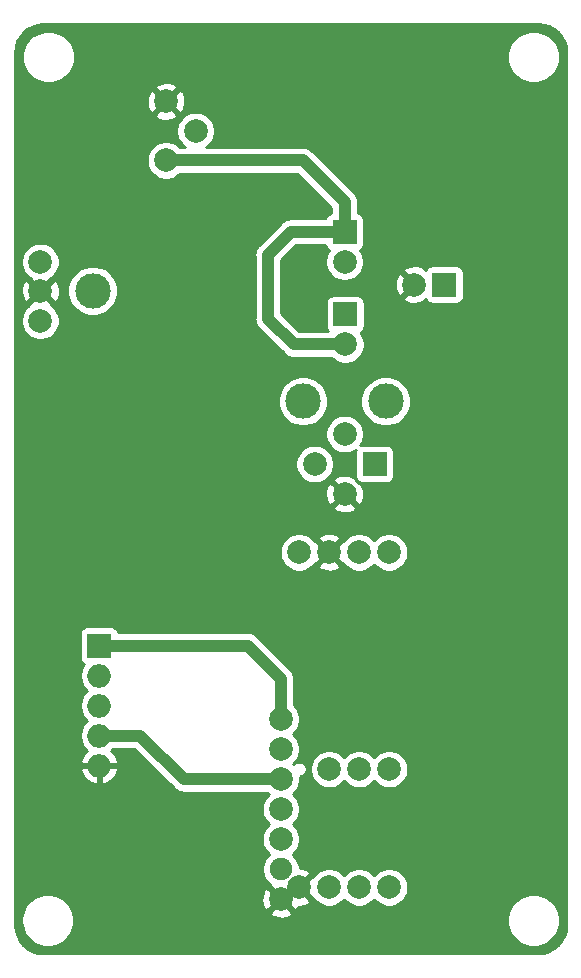
<source format=gbr>
G04 #@! TF.GenerationSoftware,KiCad,Pcbnew,5.1.8-db9833491~88~ubuntu18.04.1*
G04 #@! TF.CreationDate,2020-12-10T12:49:00+05:30*
G04 #@! TF.ProjectId,Permitme_main _sub_V1,5065726d-6974-46d6-955f-6d61696e205f,rev?*
G04 #@! TF.SameCoordinates,Original*
G04 #@! TF.FileFunction,Copper,L1,Top*
G04 #@! TF.FilePolarity,Positive*
%FSLAX46Y46*%
G04 Gerber Fmt 4.6, Leading zero omitted, Abs format (unit mm)*
G04 Created by KiCad (PCBNEW 5.1.8-db9833491~88~ubuntu18.04.1) date 2020-12-10 12:49:00*
%MOMM*%
%LPD*%
G01*
G04 APERTURE LIST*
G04 #@! TA.AperFunction,ComponentPad*
%ADD10C,3.000000*%
G04 #@! TD*
G04 #@! TA.AperFunction,ComponentPad*
%ADD11C,2.000000*%
G04 #@! TD*
G04 #@! TA.AperFunction,ComponentPad*
%ADD12R,2.000000X2.000000*%
G04 #@! TD*
G04 #@! TA.AperFunction,ComponentPad*
%ADD13O,2.000000X2.000000*%
G04 #@! TD*
G04 #@! TA.AperFunction,ComponentPad*
%ADD14C,1.900000*%
G04 #@! TD*
G04 #@! TA.AperFunction,ComponentPad*
%ADD15C,0.001000*%
G04 #@! TD*
G04 #@! TA.AperFunction,Conductor*
%ADD16C,1.000000*%
G04 #@! TD*
G04 #@! TA.AperFunction,Conductor*
%ADD17C,0.254000*%
G04 #@! TD*
G04 #@! TA.AperFunction,Conductor*
%ADD18C,0.100000*%
G04 #@! TD*
G04 APERTURE END LIST*
D10*
X183104000Y-114462000D03*
X176104000Y-114462000D03*
D11*
X175774000Y-127252000D03*
X178314000Y-127252000D03*
X180854000Y-127252000D03*
X183394000Y-127252000D03*
D12*
X179624000Y-100122000D03*
D11*
X179624000Y-102662000D03*
X164514000Y-89074000D03*
X167014000Y-91574000D03*
X164514000Y-94074000D03*
D13*
X158850000Y-145310000D03*
X158850000Y-142770000D03*
X158850000Y-140230000D03*
X158850000Y-137690000D03*
D12*
X158850000Y-135150000D03*
D11*
X174234000Y-141382000D03*
X174234000Y-143922000D03*
X174234000Y-146462000D03*
X174234000Y-149002000D03*
X174234000Y-151542000D03*
D14*
X174234000Y-154082000D03*
D11*
X174234000Y-156622000D03*
X153874000Y-102662000D03*
X153874000Y-105112000D03*
X153874000Y-107652000D03*
D10*
X158304000Y-105112000D03*
D12*
X182174000Y-119782000D03*
D11*
X177094000Y-119782000D03*
X179634000Y-122322000D03*
X179634000Y-117242000D03*
X175784000Y-155612000D03*
X178324000Y-155612000D03*
X180864000Y-155612000D03*
X183404000Y-155612000D03*
D15*
X175784000Y-145612000D03*
D11*
X178324000Y-145612000D03*
X180864000Y-145612000D03*
X183404000Y-145612000D03*
X185534000Y-104582000D03*
D12*
X188074000Y-104582000D03*
D11*
X179684000Y-109652000D03*
D12*
X179684000Y-107112000D03*
D16*
X158850000Y-135150000D02*
X171430000Y-135150000D01*
X174234000Y-137954000D02*
X174234000Y-141382000D01*
X164514000Y-94074000D02*
X176104000Y-94074000D01*
X179624000Y-97594000D02*
X179624000Y-100122000D01*
X176104000Y-94074000D02*
X179624000Y-97594000D01*
X171430000Y-135150000D02*
X174234000Y-137954000D01*
X175322000Y-109652000D02*
X179684000Y-109652000D01*
X173140000Y-107470000D02*
X175322000Y-109652000D01*
X173140000Y-102070000D02*
X173140000Y-107470000D01*
X179624000Y-100122000D02*
X175088000Y-100122000D01*
X175088000Y-100122000D02*
X173140000Y-102070000D01*
X174234000Y-146462000D02*
X166002000Y-146462000D01*
X162310000Y-142770000D02*
X158850000Y-142770000D01*
X166002000Y-146462000D02*
X162310000Y-142770000D01*
D17*
X196519016Y-82602312D02*
X196950930Y-82732714D01*
X197349285Y-82944524D01*
X197698914Y-83229675D01*
X197986497Y-83577303D01*
X198201086Y-83974177D01*
X198334498Y-84405161D01*
X198385001Y-84885663D01*
X198385000Y-158846495D01*
X198337688Y-159329016D01*
X198207287Y-159760927D01*
X197995480Y-160159280D01*
X197710325Y-160508914D01*
X197362697Y-160796497D01*
X196965825Y-161011085D01*
X196534834Y-161144500D01*
X196054346Y-161195000D01*
X154103504Y-161195000D01*
X153620984Y-161147688D01*
X153189073Y-161017287D01*
X152790720Y-160805480D01*
X152441086Y-160520325D01*
X152153503Y-160172697D01*
X151938915Y-159775825D01*
X151805500Y-159344834D01*
X151755000Y-158864346D01*
X151755000Y-158179872D01*
X152275000Y-158179872D01*
X152275000Y-158620128D01*
X152360890Y-159051925D01*
X152529369Y-159458669D01*
X152773962Y-159824729D01*
X153085271Y-160136038D01*
X153451331Y-160380631D01*
X153858075Y-160549110D01*
X154289872Y-160635000D01*
X154730128Y-160635000D01*
X155161925Y-160549110D01*
X155568669Y-160380631D01*
X155934729Y-160136038D01*
X156246038Y-159824729D01*
X156490631Y-159458669D01*
X156659110Y-159051925D01*
X156745000Y-158620128D01*
X156745000Y-158179872D01*
X156660968Y-157757413D01*
X173278192Y-157757413D01*
X173373956Y-158021814D01*
X173663571Y-158162704D01*
X173975108Y-158244384D01*
X174296595Y-158263718D01*
X174615675Y-158219961D01*
X174731716Y-158179872D01*
X193395000Y-158179872D01*
X193395000Y-158620128D01*
X193480890Y-159051925D01*
X193649369Y-159458669D01*
X193893962Y-159824729D01*
X194205271Y-160136038D01*
X194571331Y-160380631D01*
X194978075Y-160549110D01*
X195409872Y-160635000D01*
X195850128Y-160635000D01*
X196281925Y-160549110D01*
X196688669Y-160380631D01*
X197054729Y-160136038D01*
X197366038Y-159824729D01*
X197610631Y-159458669D01*
X197779110Y-159051925D01*
X197865000Y-158620128D01*
X197865000Y-158179872D01*
X197779110Y-157748075D01*
X197610631Y-157341331D01*
X197366038Y-156975271D01*
X197054729Y-156663962D01*
X196688669Y-156419369D01*
X196281925Y-156250890D01*
X195850128Y-156165000D01*
X195409872Y-156165000D01*
X194978075Y-156250890D01*
X194571331Y-156419369D01*
X194205271Y-156663962D01*
X193893962Y-156975271D01*
X193649369Y-157341331D01*
X193480890Y-157748075D01*
X193395000Y-158179872D01*
X174731716Y-158179872D01*
X174920088Y-158114795D01*
X175094044Y-158021814D01*
X175189808Y-157757413D01*
X174234000Y-156801605D01*
X173278192Y-157757413D01*
X156660968Y-157757413D01*
X156659110Y-157748075D01*
X156490631Y-157341331D01*
X156246038Y-156975271D01*
X155955362Y-156684595D01*
X172592282Y-156684595D01*
X172636039Y-157003675D01*
X172741205Y-157308088D01*
X172834186Y-157482044D01*
X173098587Y-157577808D01*
X174054395Y-156622000D01*
X173098587Y-155666192D01*
X172834186Y-155761956D01*
X172693296Y-156051571D01*
X172611616Y-156363108D01*
X172592282Y-156684595D01*
X155955362Y-156684595D01*
X155934729Y-156663962D01*
X155568669Y-156419369D01*
X155161925Y-156250890D01*
X154730128Y-156165000D01*
X154289872Y-156165000D01*
X153858075Y-156250890D01*
X153451331Y-156419369D01*
X153085271Y-156663962D01*
X152773962Y-156975271D01*
X152529369Y-157341331D01*
X152360890Y-157748075D01*
X152275000Y-158179872D01*
X151755000Y-158179872D01*
X151755000Y-145690434D01*
X157259876Y-145690434D01*
X157316498Y-145877107D01*
X157456601Y-146165382D01*
X157650252Y-146420785D01*
X157890008Y-146633501D01*
X158166656Y-146795356D01*
X158469565Y-146900129D01*
X158723000Y-146781315D01*
X158723000Y-145437000D01*
X158977000Y-145437000D01*
X158977000Y-146781315D01*
X159230435Y-146900129D01*
X159533344Y-146795356D01*
X159809992Y-146633501D01*
X160049748Y-146420785D01*
X160243399Y-146165382D01*
X160383502Y-145877107D01*
X160440124Y-145690434D01*
X160320777Y-145437000D01*
X158977000Y-145437000D01*
X158723000Y-145437000D01*
X157379223Y-145437000D01*
X157259876Y-145690434D01*
X151755000Y-145690434D01*
X151755000Y-134150000D01*
X157211928Y-134150000D01*
X157211928Y-136150000D01*
X157224188Y-136274482D01*
X157260498Y-136394180D01*
X157319463Y-136504494D01*
X157398815Y-136601185D01*
X157495506Y-136680537D01*
X157541630Y-136705191D01*
X157401082Y-136915537D01*
X157277832Y-137213088D01*
X157215000Y-137528967D01*
X157215000Y-137851033D01*
X157277832Y-138166912D01*
X157401082Y-138464463D01*
X157580013Y-138732252D01*
X157807748Y-138959987D01*
X157807767Y-138960000D01*
X157807748Y-138960013D01*
X157580013Y-139187748D01*
X157401082Y-139455537D01*
X157277832Y-139753088D01*
X157215000Y-140068967D01*
X157215000Y-140391033D01*
X157277832Y-140706912D01*
X157401082Y-141004463D01*
X157580013Y-141272252D01*
X157807748Y-141499987D01*
X157807767Y-141500000D01*
X157807748Y-141500013D01*
X157580013Y-141727748D01*
X157401082Y-141995537D01*
X157277832Y-142293088D01*
X157215000Y-142608967D01*
X157215000Y-142931033D01*
X157277832Y-143246912D01*
X157401082Y-143544463D01*
X157580013Y-143812252D01*
X157807748Y-144039987D01*
X157820282Y-144048362D01*
X157650252Y-144199215D01*
X157456601Y-144454618D01*
X157316498Y-144742893D01*
X157259876Y-144929566D01*
X157379223Y-145183000D01*
X158723000Y-145183000D01*
X158723000Y-145163000D01*
X158977000Y-145163000D01*
X158977000Y-145183000D01*
X160320777Y-145183000D01*
X160440124Y-144929566D01*
X160383502Y-144742893D01*
X160243399Y-144454618D01*
X160049748Y-144199215D01*
X159879718Y-144048362D01*
X159892252Y-144039987D01*
X160027239Y-143905000D01*
X161839869Y-143905000D01*
X165160009Y-147225141D01*
X165195551Y-147268449D01*
X165368377Y-147410284D01*
X165565553Y-147515676D01*
X165779501Y-147580577D01*
X165946248Y-147597000D01*
X165946257Y-147597000D01*
X166001999Y-147602490D01*
X166057741Y-147597000D01*
X173056761Y-147597000D01*
X173191748Y-147731987D01*
X173191767Y-147732000D01*
X173191748Y-147732013D01*
X172964013Y-147959748D01*
X172785082Y-148227537D01*
X172661832Y-148525088D01*
X172599000Y-148840967D01*
X172599000Y-149163033D01*
X172661832Y-149478912D01*
X172785082Y-149776463D01*
X172964013Y-150044252D01*
X173191748Y-150271987D01*
X173191767Y-150272000D01*
X173191748Y-150272013D01*
X172964013Y-150499748D01*
X172785082Y-150767537D01*
X172661832Y-151065088D01*
X172599000Y-151380967D01*
X172599000Y-151703033D01*
X172661832Y-152018912D01*
X172785082Y-152316463D01*
X172964013Y-152584252D01*
X173191748Y-152811987D01*
X173236766Y-152842067D01*
X173223621Y-152850850D01*
X173002850Y-153071621D01*
X172829391Y-153331221D01*
X172709911Y-153619673D01*
X172649000Y-153925891D01*
X172649000Y-154238109D01*
X172709911Y-154544327D01*
X172829391Y-154832779D01*
X173002850Y-155092379D01*
X173223621Y-155313150D01*
X173318136Y-155376303D01*
X173278192Y-155486587D01*
X174234000Y-156442395D01*
X174248143Y-156428253D01*
X174427748Y-156607858D01*
X174413605Y-156622000D01*
X175369413Y-157577808D01*
X175633814Y-157482044D01*
X175747779Y-157247775D01*
X175846595Y-157253718D01*
X176165675Y-157209961D01*
X176470088Y-157104795D01*
X176644044Y-157011814D01*
X176739808Y-156747413D01*
X175784000Y-155791605D01*
X175769858Y-155805748D01*
X175590253Y-155626143D01*
X175604395Y-155612000D01*
X175963605Y-155612000D01*
X176919413Y-156567808D01*
X176981280Y-156545400D01*
X177054013Y-156654252D01*
X177281748Y-156881987D01*
X177549537Y-157060918D01*
X177847088Y-157184168D01*
X178162967Y-157247000D01*
X178485033Y-157247000D01*
X178800912Y-157184168D01*
X179098463Y-157060918D01*
X179366252Y-156881987D01*
X179593987Y-156654252D01*
X179594000Y-156654233D01*
X179594013Y-156654252D01*
X179821748Y-156881987D01*
X180089537Y-157060918D01*
X180387088Y-157184168D01*
X180702967Y-157247000D01*
X181025033Y-157247000D01*
X181340912Y-157184168D01*
X181638463Y-157060918D01*
X181906252Y-156881987D01*
X182133987Y-156654252D01*
X182134000Y-156654233D01*
X182134013Y-156654252D01*
X182361748Y-156881987D01*
X182629537Y-157060918D01*
X182927088Y-157184168D01*
X183242967Y-157247000D01*
X183565033Y-157247000D01*
X183880912Y-157184168D01*
X184178463Y-157060918D01*
X184446252Y-156881987D01*
X184673987Y-156654252D01*
X184852918Y-156386463D01*
X184976168Y-156088912D01*
X185039000Y-155773033D01*
X185039000Y-155450967D01*
X184976168Y-155135088D01*
X184852918Y-154837537D01*
X184673987Y-154569748D01*
X184446252Y-154342013D01*
X184178463Y-154163082D01*
X183880912Y-154039832D01*
X183565033Y-153977000D01*
X183242967Y-153977000D01*
X182927088Y-154039832D01*
X182629537Y-154163082D01*
X182361748Y-154342013D01*
X182134013Y-154569748D01*
X182134000Y-154569767D01*
X182133987Y-154569748D01*
X181906252Y-154342013D01*
X181638463Y-154163082D01*
X181340912Y-154039832D01*
X181025033Y-153977000D01*
X180702967Y-153977000D01*
X180387088Y-154039832D01*
X180089537Y-154163082D01*
X179821748Y-154342013D01*
X179594013Y-154569748D01*
X179594000Y-154569767D01*
X179593987Y-154569748D01*
X179366252Y-154342013D01*
X179098463Y-154163082D01*
X178800912Y-154039832D01*
X178485033Y-153977000D01*
X178162967Y-153977000D01*
X177847088Y-154039832D01*
X177549537Y-154163082D01*
X177281748Y-154342013D01*
X177054013Y-154569748D01*
X176981280Y-154678600D01*
X176919413Y-154656192D01*
X175963605Y-155612000D01*
X175604395Y-155612000D01*
X175590253Y-155597858D01*
X175769858Y-155418253D01*
X175784000Y-155432395D01*
X176739808Y-154476587D01*
X176644044Y-154212186D01*
X176354429Y-154071296D01*
X176042892Y-153989616D01*
X175819000Y-153976151D01*
X175819000Y-153925891D01*
X175758089Y-153619673D01*
X175638609Y-153331221D01*
X175465150Y-153071621D01*
X175244379Y-152850850D01*
X175231234Y-152842067D01*
X175276252Y-152811987D01*
X175503987Y-152584252D01*
X175682918Y-152316463D01*
X175806168Y-152018912D01*
X175869000Y-151703033D01*
X175869000Y-151380967D01*
X175806168Y-151065088D01*
X175682918Y-150767537D01*
X175503987Y-150499748D01*
X175276252Y-150272013D01*
X175276233Y-150272000D01*
X175276252Y-150271987D01*
X175503987Y-150044252D01*
X175682918Y-149776463D01*
X175806168Y-149478912D01*
X175869000Y-149163033D01*
X175869000Y-148840967D01*
X175806168Y-148525088D01*
X175682918Y-148227537D01*
X175503987Y-147959748D01*
X175276252Y-147732013D01*
X175276233Y-147732000D01*
X175276252Y-147731987D01*
X175503987Y-147504252D01*
X175682918Y-147236463D01*
X175806168Y-146938912D01*
X175869000Y-146623033D01*
X175869000Y-146300967D01*
X175857917Y-146245247D01*
X175969369Y-146223078D01*
X176085022Y-146175173D01*
X176189108Y-146105625D01*
X176277625Y-146017108D01*
X176347173Y-145913022D01*
X176395078Y-145797369D01*
X176419500Y-145674591D01*
X176419500Y-145549409D01*
X176399919Y-145450967D01*
X176689000Y-145450967D01*
X176689000Y-145773033D01*
X176751832Y-146088912D01*
X176875082Y-146386463D01*
X177054013Y-146654252D01*
X177281748Y-146881987D01*
X177549537Y-147060918D01*
X177847088Y-147184168D01*
X178162967Y-147247000D01*
X178485033Y-147247000D01*
X178800912Y-147184168D01*
X179098463Y-147060918D01*
X179366252Y-146881987D01*
X179593987Y-146654252D01*
X179594000Y-146654233D01*
X179594013Y-146654252D01*
X179821748Y-146881987D01*
X180089537Y-147060918D01*
X180387088Y-147184168D01*
X180702967Y-147247000D01*
X181025033Y-147247000D01*
X181340912Y-147184168D01*
X181638463Y-147060918D01*
X181906252Y-146881987D01*
X182133987Y-146654252D01*
X182134000Y-146654233D01*
X182134013Y-146654252D01*
X182361748Y-146881987D01*
X182629537Y-147060918D01*
X182927088Y-147184168D01*
X183242967Y-147247000D01*
X183565033Y-147247000D01*
X183880912Y-147184168D01*
X184178463Y-147060918D01*
X184446252Y-146881987D01*
X184673987Y-146654252D01*
X184852918Y-146386463D01*
X184976168Y-146088912D01*
X185039000Y-145773033D01*
X185039000Y-145450967D01*
X184976168Y-145135088D01*
X184852918Y-144837537D01*
X184673987Y-144569748D01*
X184446252Y-144342013D01*
X184178463Y-144163082D01*
X183880912Y-144039832D01*
X183565033Y-143977000D01*
X183242967Y-143977000D01*
X182927088Y-144039832D01*
X182629537Y-144163082D01*
X182361748Y-144342013D01*
X182134013Y-144569748D01*
X182134000Y-144569767D01*
X182133987Y-144569748D01*
X181906252Y-144342013D01*
X181638463Y-144163082D01*
X181340912Y-144039832D01*
X181025033Y-143977000D01*
X180702967Y-143977000D01*
X180387088Y-144039832D01*
X180089537Y-144163082D01*
X179821748Y-144342013D01*
X179594013Y-144569748D01*
X179594000Y-144569767D01*
X179593987Y-144569748D01*
X179366252Y-144342013D01*
X179098463Y-144163082D01*
X178800912Y-144039832D01*
X178485033Y-143977000D01*
X178162967Y-143977000D01*
X177847088Y-144039832D01*
X177549537Y-144163082D01*
X177281748Y-144342013D01*
X177054013Y-144569748D01*
X176875082Y-144837537D01*
X176751832Y-145135088D01*
X176689000Y-145450967D01*
X176399919Y-145450967D01*
X176395078Y-145426631D01*
X176347173Y-145310978D01*
X176277625Y-145206892D01*
X176189108Y-145118375D01*
X176085022Y-145048827D01*
X175969369Y-145000922D01*
X175846591Y-144976500D01*
X175721409Y-144976500D01*
X175598631Y-145000922D01*
X175482978Y-145048827D01*
X175378892Y-145118375D01*
X175290753Y-145206514D01*
X175276252Y-145192013D01*
X175276233Y-145192000D01*
X175276252Y-145191987D01*
X175503987Y-144964252D01*
X175682918Y-144696463D01*
X175806168Y-144398912D01*
X175869000Y-144083033D01*
X175869000Y-143760967D01*
X175806168Y-143445088D01*
X175682918Y-143147537D01*
X175503987Y-142879748D01*
X175276252Y-142652013D01*
X175276233Y-142652000D01*
X175276252Y-142651987D01*
X175503987Y-142424252D01*
X175682918Y-142156463D01*
X175806168Y-141858912D01*
X175869000Y-141543033D01*
X175869000Y-141220967D01*
X175806168Y-140905088D01*
X175682918Y-140607537D01*
X175503987Y-140339748D01*
X175369000Y-140204761D01*
X175369000Y-138009752D01*
X175374491Y-137954000D01*
X175352577Y-137731501D01*
X175287676Y-137517553D01*
X175182284Y-137320377D01*
X175040449Y-137147551D01*
X174997141Y-137112009D01*
X172271996Y-134386865D01*
X172236449Y-134343551D01*
X172063623Y-134201716D01*
X171866447Y-134096324D01*
X171652499Y-134031423D01*
X171485752Y-134015000D01*
X171485751Y-134015000D01*
X171430000Y-134009509D01*
X171374249Y-134015000D01*
X160472621Y-134015000D01*
X160439502Y-133905820D01*
X160380537Y-133795506D01*
X160301185Y-133698815D01*
X160204494Y-133619463D01*
X160094180Y-133560498D01*
X159974482Y-133524188D01*
X159850000Y-133511928D01*
X157850000Y-133511928D01*
X157725518Y-133524188D01*
X157605820Y-133560498D01*
X157495506Y-133619463D01*
X157398815Y-133698815D01*
X157319463Y-133795506D01*
X157260498Y-133905820D01*
X157224188Y-134025518D01*
X157211928Y-134150000D01*
X151755000Y-134150000D01*
X151755000Y-127090967D01*
X174139000Y-127090967D01*
X174139000Y-127413033D01*
X174201832Y-127728912D01*
X174325082Y-128026463D01*
X174504013Y-128294252D01*
X174731748Y-128521987D01*
X174999537Y-128700918D01*
X175297088Y-128824168D01*
X175612967Y-128887000D01*
X175935033Y-128887000D01*
X176250912Y-128824168D01*
X176548463Y-128700918D01*
X176816252Y-128521987D01*
X176950826Y-128387413D01*
X177358192Y-128387413D01*
X177453956Y-128651814D01*
X177743571Y-128792704D01*
X178055108Y-128874384D01*
X178376595Y-128893718D01*
X178695675Y-128849961D01*
X179000088Y-128744795D01*
X179174044Y-128651814D01*
X179269808Y-128387413D01*
X178314000Y-127431605D01*
X177358192Y-128387413D01*
X176950826Y-128387413D01*
X177043987Y-128294252D01*
X177116720Y-128185400D01*
X177178587Y-128207808D01*
X178134395Y-127252000D01*
X178493605Y-127252000D01*
X179449413Y-128207808D01*
X179511280Y-128185400D01*
X179584013Y-128294252D01*
X179811748Y-128521987D01*
X180079537Y-128700918D01*
X180377088Y-128824168D01*
X180692967Y-128887000D01*
X181015033Y-128887000D01*
X181330912Y-128824168D01*
X181628463Y-128700918D01*
X181896252Y-128521987D01*
X182123987Y-128294252D01*
X182124000Y-128294233D01*
X182124013Y-128294252D01*
X182351748Y-128521987D01*
X182619537Y-128700918D01*
X182917088Y-128824168D01*
X183232967Y-128887000D01*
X183555033Y-128887000D01*
X183870912Y-128824168D01*
X184168463Y-128700918D01*
X184436252Y-128521987D01*
X184663987Y-128294252D01*
X184842918Y-128026463D01*
X184966168Y-127728912D01*
X185029000Y-127413033D01*
X185029000Y-127090967D01*
X184966168Y-126775088D01*
X184842918Y-126477537D01*
X184663987Y-126209748D01*
X184436252Y-125982013D01*
X184168463Y-125803082D01*
X183870912Y-125679832D01*
X183555033Y-125617000D01*
X183232967Y-125617000D01*
X182917088Y-125679832D01*
X182619537Y-125803082D01*
X182351748Y-125982013D01*
X182124013Y-126209748D01*
X182124000Y-126209767D01*
X182123987Y-126209748D01*
X181896252Y-125982013D01*
X181628463Y-125803082D01*
X181330912Y-125679832D01*
X181015033Y-125617000D01*
X180692967Y-125617000D01*
X180377088Y-125679832D01*
X180079537Y-125803082D01*
X179811748Y-125982013D01*
X179584013Y-126209748D01*
X179511280Y-126318600D01*
X179449413Y-126296192D01*
X178493605Y-127252000D01*
X178134395Y-127252000D01*
X177178587Y-126296192D01*
X177116720Y-126318600D01*
X177043987Y-126209748D01*
X176950826Y-126116587D01*
X177358192Y-126116587D01*
X178314000Y-127072395D01*
X179269808Y-126116587D01*
X179174044Y-125852186D01*
X178884429Y-125711296D01*
X178572892Y-125629616D01*
X178251405Y-125610282D01*
X177932325Y-125654039D01*
X177627912Y-125759205D01*
X177453956Y-125852186D01*
X177358192Y-126116587D01*
X176950826Y-126116587D01*
X176816252Y-125982013D01*
X176548463Y-125803082D01*
X176250912Y-125679832D01*
X175935033Y-125617000D01*
X175612967Y-125617000D01*
X175297088Y-125679832D01*
X174999537Y-125803082D01*
X174731748Y-125982013D01*
X174504013Y-126209748D01*
X174325082Y-126477537D01*
X174201832Y-126775088D01*
X174139000Y-127090967D01*
X151755000Y-127090967D01*
X151755000Y-123457413D01*
X178678192Y-123457413D01*
X178773956Y-123721814D01*
X179063571Y-123862704D01*
X179375108Y-123944384D01*
X179696595Y-123963718D01*
X180015675Y-123919961D01*
X180320088Y-123814795D01*
X180494044Y-123721814D01*
X180589808Y-123457413D01*
X179634000Y-122501605D01*
X178678192Y-123457413D01*
X151755000Y-123457413D01*
X151755000Y-122384595D01*
X177992282Y-122384595D01*
X178036039Y-122703675D01*
X178141205Y-123008088D01*
X178234186Y-123182044D01*
X178498587Y-123277808D01*
X179454395Y-122322000D01*
X178498587Y-121366192D01*
X178234186Y-121461956D01*
X178093296Y-121751571D01*
X178011616Y-122063108D01*
X177992282Y-122384595D01*
X151755000Y-122384595D01*
X151755000Y-119620967D01*
X175459000Y-119620967D01*
X175459000Y-119943033D01*
X175521832Y-120258912D01*
X175645082Y-120556463D01*
X175824013Y-120824252D01*
X176051748Y-121051987D01*
X176319537Y-121230918D01*
X176617088Y-121354168D01*
X176932967Y-121417000D01*
X177255033Y-121417000D01*
X177570912Y-121354168D01*
X177868463Y-121230918D01*
X178136252Y-121051987D01*
X178363987Y-120824252D01*
X178542918Y-120556463D01*
X178666168Y-120258912D01*
X178729000Y-119943033D01*
X178729000Y-119620967D01*
X178666168Y-119305088D01*
X178542918Y-119007537D01*
X178363987Y-118739748D01*
X178136252Y-118512013D01*
X177868463Y-118333082D01*
X177570912Y-118209832D01*
X177255033Y-118147000D01*
X176932967Y-118147000D01*
X176617088Y-118209832D01*
X176319537Y-118333082D01*
X176051748Y-118512013D01*
X175824013Y-118739748D01*
X175645082Y-119007537D01*
X175521832Y-119305088D01*
X175459000Y-119620967D01*
X151755000Y-119620967D01*
X151755000Y-117080967D01*
X177999000Y-117080967D01*
X177999000Y-117403033D01*
X178061832Y-117718912D01*
X178185082Y-118016463D01*
X178364013Y-118284252D01*
X178591748Y-118511987D01*
X178859537Y-118690918D01*
X179157088Y-118814168D01*
X179472967Y-118877000D01*
X179795033Y-118877000D01*
X180110912Y-118814168D01*
X180408463Y-118690918D01*
X180571001Y-118582313D01*
X180548188Y-118657518D01*
X180535928Y-118782000D01*
X180535928Y-120782000D01*
X180548188Y-120906482D01*
X180584498Y-121026180D01*
X180642221Y-121134171D01*
X180589807Y-121186585D01*
X180494044Y-120922186D01*
X180204429Y-120781296D01*
X179892892Y-120699616D01*
X179571405Y-120680282D01*
X179252325Y-120724039D01*
X178947912Y-120829205D01*
X178773956Y-120922186D01*
X178678192Y-121186587D01*
X179634000Y-122142395D01*
X179648143Y-122128253D01*
X179827748Y-122307858D01*
X179813605Y-122322000D01*
X180769413Y-123277808D01*
X181033814Y-123182044D01*
X181174704Y-122892429D01*
X181256384Y-122580892D01*
X181275718Y-122259405D01*
X181231961Y-121940325D01*
X181126795Y-121635912D01*
X181033814Y-121461956D01*
X180769415Y-121366193D01*
X180821829Y-121313779D01*
X180929820Y-121371502D01*
X181049518Y-121407812D01*
X181174000Y-121420072D01*
X183174000Y-121420072D01*
X183298482Y-121407812D01*
X183418180Y-121371502D01*
X183528494Y-121312537D01*
X183625185Y-121233185D01*
X183704537Y-121136494D01*
X183763502Y-121026180D01*
X183799812Y-120906482D01*
X183812072Y-120782000D01*
X183812072Y-118782000D01*
X183799812Y-118657518D01*
X183763502Y-118537820D01*
X183704537Y-118427506D01*
X183625185Y-118330815D01*
X183528494Y-118251463D01*
X183418180Y-118192498D01*
X183298482Y-118156188D01*
X183174000Y-118143928D01*
X181174000Y-118143928D01*
X181049518Y-118156188D01*
X180974313Y-118179001D01*
X181082918Y-118016463D01*
X181206168Y-117718912D01*
X181269000Y-117403033D01*
X181269000Y-117080967D01*
X181206168Y-116765088D01*
X181082918Y-116467537D01*
X180903987Y-116199748D01*
X180676252Y-115972013D01*
X180408463Y-115793082D01*
X180110912Y-115669832D01*
X179795033Y-115607000D01*
X179472967Y-115607000D01*
X179157088Y-115669832D01*
X178859537Y-115793082D01*
X178591748Y-115972013D01*
X178364013Y-116199748D01*
X178185082Y-116467537D01*
X178061832Y-116765088D01*
X177999000Y-117080967D01*
X151755000Y-117080967D01*
X151755000Y-114251721D01*
X173969000Y-114251721D01*
X173969000Y-114672279D01*
X174051047Y-115084756D01*
X174211988Y-115473302D01*
X174445637Y-115822983D01*
X174743017Y-116120363D01*
X175092698Y-116354012D01*
X175481244Y-116514953D01*
X175893721Y-116597000D01*
X176314279Y-116597000D01*
X176726756Y-116514953D01*
X177115302Y-116354012D01*
X177464983Y-116120363D01*
X177762363Y-115822983D01*
X177996012Y-115473302D01*
X178156953Y-115084756D01*
X178239000Y-114672279D01*
X178239000Y-114251721D01*
X180969000Y-114251721D01*
X180969000Y-114672279D01*
X181051047Y-115084756D01*
X181211988Y-115473302D01*
X181445637Y-115822983D01*
X181743017Y-116120363D01*
X182092698Y-116354012D01*
X182481244Y-116514953D01*
X182893721Y-116597000D01*
X183314279Y-116597000D01*
X183726756Y-116514953D01*
X184115302Y-116354012D01*
X184464983Y-116120363D01*
X184762363Y-115822983D01*
X184996012Y-115473302D01*
X185156953Y-115084756D01*
X185239000Y-114672279D01*
X185239000Y-114251721D01*
X185156953Y-113839244D01*
X184996012Y-113450698D01*
X184762363Y-113101017D01*
X184464983Y-112803637D01*
X184115302Y-112569988D01*
X183726756Y-112409047D01*
X183314279Y-112327000D01*
X182893721Y-112327000D01*
X182481244Y-112409047D01*
X182092698Y-112569988D01*
X181743017Y-112803637D01*
X181445637Y-113101017D01*
X181211988Y-113450698D01*
X181051047Y-113839244D01*
X180969000Y-114251721D01*
X178239000Y-114251721D01*
X178156953Y-113839244D01*
X177996012Y-113450698D01*
X177762363Y-113101017D01*
X177464983Y-112803637D01*
X177115302Y-112569988D01*
X176726756Y-112409047D01*
X176314279Y-112327000D01*
X175893721Y-112327000D01*
X175481244Y-112409047D01*
X175092698Y-112569988D01*
X174743017Y-112803637D01*
X174445637Y-113101017D01*
X174211988Y-113450698D01*
X174051047Y-113839244D01*
X173969000Y-114251721D01*
X151755000Y-114251721D01*
X151755000Y-107490967D01*
X152239000Y-107490967D01*
X152239000Y-107813033D01*
X152301832Y-108128912D01*
X152425082Y-108426463D01*
X152604013Y-108694252D01*
X152831748Y-108921987D01*
X153099537Y-109100918D01*
X153397088Y-109224168D01*
X153712967Y-109287000D01*
X154035033Y-109287000D01*
X154350912Y-109224168D01*
X154648463Y-109100918D01*
X154916252Y-108921987D01*
X155143987Y-108694252D01*
X155322918Y-108426463D01*
X155446168Y-108128912D01*
X155509000Y-107813033D01*
X155509000Y-107490967D01*
X155446168Y-107175088D01*
X155322918Y-106877537D01*
X155143987Y-106609748D01*
X154916252Y-106382013D01*
X154807400Y-106309280D01*
X154829808Y-106247413D01*
X153874000Y-105291605D01*
X152918192Y-106247413D01*
X152940600Y-106309280D01*
X152831748Y-106382013D01*
X152604013Y-106609748D01*
X152425082Y-106877537D01*
X152301832Y-107175088D01*
X152239000Y-107490967D01*
X151755000Y-107490967D01*
X151755000Y-105174595D01*
X152232282Y-105174595D01*
X152276039Y-105493675D01*
X152381205Y-105798088D01*
X152474186Y-105972044D01*
X152738587Y-106067808D01*
X153694395Y-105112000D01*
X154053605Y-105112000D01*
X155009413Y-106067808D01*
X155273814Y-105972044D01*
X155414704Y-105682429D01*
X155496384Y-105370892D01*
X155515718Y-105049405D01*
X155495466Y-104901721D01*
X156169000Y-104901721D01*
X156169000Y-105322279D01*
X156251047Y-105734756D01*
X156411988Y-106123302D01*
X156645637Y-106472983D01*
X156943017Y-106770363D01*
X157292698Y-107004012D01*
X157681244Y-107164953D01*
X158093721Y-107247000D01*
X158514279Y-107247000D01*
X158926756Y-107164953D01*
X159315302Y-107004012D01*
X159664983Y-106770363D01*
X159962363Y-106472983D01*
X160196012Y-106123302D01*
X160356953Y-105734756D01*
X160439000Y-105322279D01*
X160439000Y-104901721D01*
X160356953Y-104489244D01*
X160196012Y-104100698D01*
X159962363Y-103751017D01*
X159664983Y-103453637D01*
X159315302Y-103219988D01*
X158926756Y-103059047D01*
X158514279Y-102977000D01*
X158093721Y-102977000D01*
X157681244Y-103059047D01*
X157292698Y-103219988D01*
X156943017Y-103453637D01*
X156645637Y-103751017D01*
X156411988Y-104100698D01*
X156251047Y-104489244D01*
X156169000Y-104901721D01*
X155495466Y-104901721D01*
X155471961Y-104730325D01*
X155366795Y-104425912D01*
X155273814Y-104251956D01*
X155009413Y-104156192D01*
X154053605Y-105112000D01*
X153694395Y-105112000D01*
X152738587Y-104156192D01*
X152474186Y-104251956D01*
X152333296Y-104541571D01*
X152251616Y-104853108D01*
X152232282Y-105174595D01*
X151755000Y-105174595D01*
X151755000Y-102500967D01*
X152239000Y-102500967D01*
X152239000Y-102823033D01*
X152301832Y-103138912D01*
X152425082Y-103436463D01*
X152604013Y-103704252D01*
X152831748Y-103931987D01*
X152957852Y-104016247D01*
X153874000Y-104932395D01*
X154790148Y-104016247D01*
X154916252Y-103931987D01*
X155143987Y-103704252D01*
X155322918Y-103436463D01*
X155446168Y-103138912D01*
X155509000Y-102823033D01*
X155509000Y-102500967D01*
X155446168Y-102185088D01*
X155322918Y-101887537D01*
X155143987Y-101619748D01*
X154916252Y-101392013D01*
X154648463Y-101213082D01*
X154350912Y-101089832D01*
X154035033Y-101027000D01*
X153712967Y-101027000D01*
X153397088Y-101089832D01*
X153099537Y-101213082D01*
X152831748Y-101392013D01*
X152604013Y-101619748D01*
X152425082Y-101887537D01*
X152301832Y-102185088D01*
X152239000Y-102500967D01*
X151755000Y-102500967D01*
X151755000Y-93912967D01*
X162879000Y-93912967D01*
X162879000Y-94235033D01*
X162941832Y-94550912D01*
X163065082Y-94848463D01*
X163244013Y-95116252D01*
X163471748Y-95343987D01*
X163739537Y-95522918D01*
X164037088Y-95646168D01*
X164352967Y-95709000D01*
X164675033Y-95709000D01*
X164990912Y-95646168D01*
X165288463Y-95522918D01*
X165556252Y-95343987D01*
X165691239Y-95209000D01*
X175633869Y-95209000D01*
X178489000Y-98064132D01*
X178489000Y-98499378D01*
X178379820Y-98532498D01*
X178269506Y-98591463D01*
X178172815Y-98670815D01*
X178093463Y-98767506D01*
X178034498Y-98877820D01*
X178001379Y-98987000D01*
X175143751Y-98987000D01*
X175087999Y-98981509D01*
X175032248Y-98987000D01*
X174865501Y-99003423D01*
X174651553Y-99068324D01*
X174454377Y-99173716D01*
X174281551Y-99315551D01*
X174246009Y-99358859D01*
X172376865Y-101228004D01*
X172333551Y-101263551D01*
X172191716Y-101436377D01*
X172118592Y-101573185D01*
X172086324Y-101633554D01*
X172021423Y-101847502D01*
X171999509Y-102070000D01*
X172005000Y-102125752D01*
X172005001Y-107414239D01*
X171999509Y-107470000D01*
X172021423Y-107692498D01*
X172086324Y-107906446D01*
X172086325Y-107906447D01*
X172191717Y-108103623D01*
X172333552Y-108276449D01*
X172376860Y-108311991D01*
X174480009Y-110415141D01*
X174515551Y-110458449D01*
X174688377Y-110600284D01*
X174864180Y-110694252D01*
X174885553Y-110705676D01*
X175099501Y-110770577D01*
X175322000Y-110792491D01*
X175377751Y-110787000D01*
X178506761Y-110787000D01*
X178641748Y-110921987D01*
X178909537Y-111100918D01*
X179207088Y-111224168D01*
X179522967Y-111287000D01*
X179845033Y-111287000D01*
X180160912Y-111224168D01*
X180458463Y-111100918D01*
X180726252Y-110921987D01*
X180953987Y-110694252D01*
X181132918Y-110426463D01*
X181256168Y-110128912D01*
X181319000Y-109813033D01*
X181319000Y-109490967D01*
X181256168Y-109175088D01*
X181132918Y-108877537D01*
X180992370Y-108667191D01*
X181038494Y-108642537D01*
X181135185Y-108563185D01*
X181214537Y-108466494D01*
X181273502Y-108356180D01*
X181309812Y-108236482D01*
X181322072Y-108112000D01*
X181322072Y-106112000D01*
X181309812Y-105987518D01*
X181273502Y-105867820D01*
X181214537Y-105757506D01*
X181135185Y-105660815D01*
X181038494Y-105581463D01*
X180928180Y-105522498D01*
X180808482Y-105486188D01*
X180684000Y-105473928D01*
X178684000Y-105473928D01*
X178559518Y-105486188D01*
X178439820Y-105522498D01*
X178329506Y-105581463D01*
X178232815Y-105660815D01*
X178153463Y-105757506D01*
X178094498Y-105867820D01*
X178058188Y-105987518D01*
X178045928Y-106112000D01*
X178045928Y-108112000D01*
X178058188Y-108236482D01*
X178094498Y-108356180D01*
X178153463Y-108466494D01*
X178194912Y-108517000D01*
X175792132Y-108517000D01*
X174275000Y-106999869D01*
X174275000Y-104644595D01*
X183892282Y-104644595D01*
X183936039Y-104963675D01*
X184041205Y-105268088D01*
X184134186Y-105442044D01*
X184398587Y-105537808D01*
X185354395Y-104582000D01*
X184398587Y-103626192D01*
X184134186Y-103721956D01*
X183993296Y-104011571D01*
X183911616Y-104323108D01*
X183892282Y-104644595D01*
X174275000Y-104644595D01*
X174275000Y-102540131D01*
X175558132Y-101257000D01*
X178001379Y-101257000D01*
X178034498Y-101366180D01*
X178093463Y-101476494D01*
X178172815Y-101573185D01*
X178269506Y-101652537D01*
X178315630Y-101677191D01*
X178175082Y-101887537D01*
X178051832Y-102185088D01*
X177989000Y-102500967D01*
X177989000Y-102823033D01*
X178051832Y-103138912D01*
X178175082Y-103436463D01*
X178354013Y-103704252D01*
X178581748Y-103931987D01*
X178849537Y-104110918D01*
X179147088Y-104234168D01*
X179462967Y-104297000D01*
X179785033Y-104297000D01*
X180100912Y-104234168D01*
X180398463Y-104110918D01*
X180666252Y-103931987D01*
X180893987Y-103704252D01*
X181066153Y-103446587D01*
X184578192Y-103446587D01*
X185534000Y-104402395D01*
X185548143Y-104388253D01*
X185727748Y-104567858D01*
X185713605Y-104582000D01*
X185727748Y-104596143D01*
X185548143Y-104775748D01*
X185534000Y-104761605D01*
X184578192Y-105717413D01*
X184673956Y-105981814D01*
X184963571Y-106122704D01*
X185275108Y-106204384D01*
X185596595Y-106223718D01*
X185915675Y-106179961D01*
X186220088Y-106074795D01*
X186394044Y-105981814D01*
X186468963Y-105774967D01*
X186484498Y-105826180D01*
X186543463Y-105936494D01*
X186622815Y-106033185D01*
X186719506Y-106112537D01*
X186829820Y-106171502D01*
X186949518Y-106207812D01*
X187074000Y-106220072D01*
X189074000Y-106220072D01*
X189198482Y-106207812D01*
X189318180Y-106171502D01*
X189428494Y-106112537D01*
X189525185Y-106033185D01*
X189604537Y-105936494D01*
X189663502Y-105826180D01*
X189699812Y-105706482D01*
X189712072Y-105582000D01*
X189712072Y-103582000D01*
X189699812Y-103457518D01*
X189663502Y-103337820D01*
X189604537Y-103227506D01*
X189525185Y-103130815D01*
X189428494Y-103051463D01*
X189318180Y-102992498D01*
X189198482Y-102956188D01*
X189074000Y-102943928D01*
X187074000Y-102943928D01*
X186949518Y-102956188D01*
X186829820Y-102992498D01*
X186719506Y-103051463D01*
X186622815Y-103130815D01*
X186543463Y-103227506D01*
X186484498Y-103337820D01*
X186468963Y-103389033D01*
X186394044Y-103182186D01*
X186104429Y-103041296D01*
X185792892Y-102959616D01*
X185471405Y-102940282D01*
X185152325Y-102984039D01*
X184847912Y-103089205D01*
X184673956Y-103182186D01*
X184578192Y-103446587D01*
X181066153Y-103446587D01*
X181072918Y-103436463D01*
X181196168Y-103138912D01*
X181259000Y-102823033D01*
X181259000Y-102500967D01*
X181196168Y-102185088D01*
X181072918Y-101887537D01*
X180932370Y-101677191D01*
X180978494Y-101652537D01*
X181075185Y-101573185D01*
X181154537Y-101476494D01*
X181213502Y-101366180D01*
X181249812Y-101246482D01*
X181262072Y-101122000D01*
X181262072Y-99122000D01*
X181249812Y-98997518D01*
X181213502Y-98877820D01*
X181154537Y-98767506D01*
X181075185Y-98670815D01*
X180978494Y-98591463D01*
X180868180Y-98532498D01*
X180759000Y-98499379D01*
X180759000Y-97649752D01*
X180764491Y-97594000D01*
X180742577Y-97371501D01*
X180677676Y-97157553D01*
X180572284Y-96960377D01*
X180430449Y-96787551D01*
X180387141Y-96752009D01*
X176945996Y-93310865D01*
X176910449Y-93267551D01*
X176737623Y-93125716D01*
X176540447Y-93020324D01*
X176326499Y-92955423D01*
X176159752Y-92939000D01*
X176159751Y-92939000D01*
X176104000Y-92933509D01*
X176048249Y-92939000D01*
X167914055Y-92939000D01*
X168056252Y-92843987D01*
X168283987Y-92616252D01*
X168462918Y-92348463D01*
X168586168Y-92050912D01*
X168649000Y-91735033D01*
X168649000Y-91412967D01*
X168586168Y-91097088D01*
X168462918Y-90799537D01*
X168283987Y-90531748D01*
X168056252Y-90304013D01*
X167788463Y-90125082D01*
X167490912Y-90001832D01*
X167175033Y-89939000D01*
X166852967Y-89939000D01*
X166537088Y-90001832D01*
X166239537Y-90125082D01*
X165971748Y-90304013D01*
X165744013Y-90531748D01*
X165565082Y-90799537D01*
X165441832Y-91097088D01*
X165379000Y-91412967D01*
X165379000Y-91735033D01*
X165441832Y-92050912D01*
X165565082Y-92348463D01*
X165744013Y-92616252D01*
X165971748Y-92843987D01*
X166113945Y-92939000D01*
X165691239Y-92939000D01*
X165556252Y-92804013D01*
X165288463Y-92625082D01*
X164990912Y-92501832D01*
X164675033Y-92439000D01*
X164352967Y-92439000D01*
X164037088Y-92501832D01*
X163739537Y-92625082D01*
X163471748Y-92804013D01*
X163244013Y-93031748D01*
X163065082Y-93299537D01*
X162941832Y-93597088D01*
X162879000Y-93912967D01*
X151755000Y-93912967D01*
X151755000Y-90209413D01*
X163558192Y-90209413D01*
X163653956Y-90473814D01*
X163943571Y-90614704D01*
X164255108Y-90696384D01*
X164576595Y-90715718D01*
X164895675Y-90671961D01*
X165200088Y-90566795D01*
X165374044Y-90473814D01*
X165469808Y-90209413D01*
X164514000Y-89253605D01*
X163558192Y-90209413D01*
X151755000Y-90209413D01*
X151755000Y-89136595D01*
X162872282Y-89136595D01*
X162916039Y-89455675D01*
X163021205Y-89760088D01*
X163114186Y-89934044D01*
X163378587Y-90029808D01*
X164334395Y-89074000D01*
X164693605Y-89074000D01*
X165649413Y-90029808D01*
X165913814Y-89934044D01*
X166054704Y-89644429D01*
X166136384Y-89332892D01*
X166155718Y-89011405D01*
X166111961Y-88692325D01*
X166006795Y-88387912D01*
X165913814Y-88213956D01*
X165649413Y-88118192D01*
X164693605Y-89074000D01*
X164334395Y-89074000D01*
X163378587Y-88118192D01*
X163114186Y-88213956D01*
X162973296Y-88503571D01*
X162891616Y-88815108D01*
X162872282Y-89136595D01*
X151755000Y-89136595D01*
X151755000Y-87938587D01*
X163558192Y-87938587D01*
X164514000Y-88894395D01*
X165469808Y-87938587D01*
X165374044Y-87674186D01*
X165084429Y-87533296D01*
X164772892Y-87451616D01*
X164451405Y-87432282D01*
X164132325Y-87476039D01*
X163827912Y-87581205D01*
X163653956Y-87674186D01*
X163558192Y-87938587D01*
X151755000Y-87938587D01*
X151755000Y-85089872D01*
X152305000Y-85089872D01*
X152305000Y-85530128D01*
X152390890Y-85961925D01*
X152559369Y-86368669D01*
X152803962Y-86734729D01*
X153115271Y-87046038D01*
X153481331Y-87290631D01*
X153888075Y-87459110D01*
X154319872Y-87545000D01*
X154760128Y-87545000D01*
X155191925Y-87459110D01*
X155598669Y-87290631D01*
X155964729Y-87046038D01*
X156276038Y-86734729D01*
X156520631Y-86368669D01*
X156689110Y-85961925D01*
X156775000Y-85530128D01*
X156775000Y-85089872D01*
X193385000Y-85089872D01*
X193385000Y-85530128D01*
X193470890Y-85961925D01*
X193639369Y-86368669D01*
X193883962Y-86734729D01*
X194195271Y-87046038D01*
X194561331Y-87290631D01*
X194968075Y-87459110D01*
X195399872Y-87545000D01*
X195840128Y-87545000D01*
X196271925Y-87459110D01*
X196678669Y-87290631D01*
X197044729Y-87046038D01*
X197356038Y-86734729D01*
X197600631Y-86368669D01*
X197769110Y-85961925D01*
X197855000Y-85530128D01*
X197855000Y-85089872D01*
X197769110Y-84658075D01*
X197600631Y-84251331D01*
X197356038Y-83885271D01*
X197044729Y-83573962D01*
X196678669Y-83329369D01*
X196271925Y-83160890D01*
X195840128Y-83075000D01*
X195399872Y-83075000D01*
X194968075Y-83160890D01*
X194561331Y-83329369D01*
X194195271Y-83573962D01*
X193883962Y-83885271D01*
X193639369Y-84251331D01*
X193470890Y-84658075D01*
X193385000Y-85089872D01*
X156775000Y-85089872D01*
X156689110Y-84658075D01*
X156520631Y-84251331D01*
X156276038Y-83885271D01*
X155964729Y-83573962D01*
X155598669Y-83329369D01*
X155191925Y-83160890D01*
X154760128Y-83075000D01*
X154319872Y-83075000D01*
X153888075Y-83160890D01*
X153481331Y-83329369D01*
X153115271Y-83573962D01*
X152803962Y-83885271D01*
X152559369Y-84251331D01*
X152390890Y-84658075D01*
X152305000Y-85089872D01*
X151755000Y-85089872D01*
X151755000Y-84913647D01*
X151758314Y-84880000D01*
X151758300Y-84879854D01*
X151802312Y-84430984D01*
X151932714Y-83999070D01*
X152144524Y-83600715D01*
X152429675Y-83251086D01*
X152777303Y-82963503D01*
X153174177Y-82748914D01*
X153605161Y-82615502D01*
X154085698Y-82564995D01*
X196036566Y-82555007D01*
X196519016Y-82602312D01*
G04 #@! TA.AperFunction,Conductor*
D18*
G36*
X196519016Y-82602312D02*
G01*
X196950930Y-82732714D01*
X197349285Y-82944524D01*
X197698914Y-83229675D01*
X197986497Y-83577303D01*
X198201086Y-83974177D01*
X198334498Y-84405161D01*
X198385001Y-84885663D01*
X198385000Y-158846495D01*
X198337688Y-159329016D01*
X198207287Y-159760927D01*
X197995480Y-160159280D01*
X197710325Y-160508914D01*
X197362697Y-160796497D01*
X196965825Y-161011085D01*
X196534834Y-161144500D01*
X196054346Y-161195000D01*
X154103504Y-161195000D01*
X153620984Y-161147688D01*
X153189073Y-161017287D01*
X152790720Y-160805480D01*
X152441086Y-160520325D01*
X152153503Y-160172697D01*
X151938915Y-159775825D01*
X151805500Y-159344834D01*
X151755000Y-158864346D01*
X151755000Y-158179872D01*
X152275000Y-158179872D01*
X152275000Y-158620128D01*
X152360890Y-159051925D01*
X152529369Y-159458669D01*
X152773962Y-159824729D01*
X153085271Y-160136038D01*
X153451331Y-160380631D01*
X153858075Y-160549110D01*
X154289872Y-160635000D01*
X154730128Y-160635000D01*
X155161925Y-160549110D01*
X155568669Y-160380631D01*
X155934729Y-160136038D01*
X156246038Y-159824729D01*
X156490631Y-159458669D01*
X156659110Y-159051925D01*
X156745000Y-158620128D01*
X156745000Y-158179872D01*
X156660968Y-157757413D01*
X173278192Y-157757413D01*
X173373956Y-158021814D01*
X173663571Y-158162704D01*
X173975108Y-158244384D01*
X174296595Y-158263718D01*
X174615675Y-158219961D01*
X174731716Y-158179872D01*
X193395000Y-158179872D01*
X193395000Y-158620128D01*
X193480890Y-159051925D01*
X193649369Y-159458669D01*
X193893962Y-159824729D01*
X194205271Y-160136038D01*
X194571331Y-160380631D01*
X194978075Y-160549110D01*
X195409872Y-160635000D01*
X195850128Y-160635000D01*
X196281925Y-160549110D01*
X196688669Y-160380631D01*
X197054729Y-160136038D01*
X197366038Y-159824729D01*
X197610631Y-159458669D01*
X197779110Y-159051925D01*
X197865000Y-158620128D01*
X197865000Y-158179872D01*
X197779110Y-157748075D01*
X197610631Y-157341331D01*
X197366038Y-156975271D01*
X197054729Y-156663962D01*
X196688669Y-156419369D01*
X196281925Y-156250890D01*
X195850128Y-156165000D01*
X195409872Y-156165000D01*
X194978075Y-156250890D01*
X194571331Y-156419369D01*
X194205271Y-156663962D01*
X193893962Y-156975271D01*
X193649369Y-157341331D01*
X193480890Y-157748075D01*
X193395000Y-158179872D01*
X174731716Y-158179872D01*
X174920088Y-158114795D01*
X175094044Y-158021814D01*
X175189808Y-157757413D01*
X174234000Y-156801605D01*
X173278192Y-157757413D01*
X156660968Y-157757413D01*
X156659110Y-157748075D01*
X156490631Y-157341331D01*
X156246038Y-156975271D01*
X155955362Y-156684595D01*
X172592282Y-156684595D01*
X172636039Y-157003675D01*
X172741205Y-157308088D01*
X172834186Y-157482044D01*
X173098587Y-157577808D01*
X174054395Y-156622000D01*
X173098587Y-155666192D01*
X172834186Y-155761956D01*
X172693296Y-156051571D01*
X172611616Y-156363108D01*
X172592282Y-156684595D01*
X155955362Y-156684595D01*
X155934729Y-156663962D01*
X155568669Y-156419369D01*
X155161925Y-156250890D01*
X154730128Y-156165000D01*
X154289872Y-156165000D01*
X153858075Y-156250890D01*
X153451331Y-156419369D01*
X153085271Y-156663962D01*
X152773962Y-156975271D01*
X152529369Y-157341331D01*
X152360890Y-157748075D01*
X152275000Y-158179872D01*
X151755000Y-158179872D01*
X151755000Y-145690434D01*
X157259876Y-145690434D01*
X157316498Y-145877107D01*
X157456601Y-146165382D01*
X157650252Y-146420785D01*
X157890008Y-146633501D01*
X158166656Y-146795356D01*
X158469565Y-146900129D01*
X158723000Y-146781315D01*
X158723000Y-145437000D01*
X158977000Y-145437000D01*
X158977000Y-146781315D01*
X159230435Y-146900129D01*
X159533344Y-146795356D01*
X159809992Y-146633501D01*
X160049748Y-146420785D01*
X160243399Y-146165382D01*
X160383502Y-145877107D01*
X160440124Y-145690434D01*
X160320777Y-145437000D01*
X158977000Y-145437000D01*
X158723000Y-145437000D01*
X157379223Y-145437000D01*
X157259876Y-145690434D01*
X151755000Y-145690434D01*
X151755000Y-134150000D01*
X157211928Y-134150000D01*
X157211928Y-136150000D01*
X157224188Y-136274482D01*
X157260498Y-136394180D01*
X157319463Y-136504494D01*
X157398815Y-136601185D01*
X157495506Y-136680537D01*
X157541630Y-136705191D01*
X157401082Y-136915537D01*
X157277832Y-137213088D01*
X157215000Y-137528967D01*
X157215000Y-137851033D01*
X157277832Y-138166912D01*
X157401082Y-138464463D01*
X157580013Y-138732252D01*
X157807748Y-138959987D01*
X157807767Y-138960000D01*
X157807748Y-138960013D01*
X157580013Y-139187748D01*
X157401082Y-139455537D01*
X157277832Y-139753088D01*
X157215000Y-140068967D01*
X157215000Y-140391033D01*
X157277832Y-140706912D01*
X157401082Y-141004463D01*
X157580013Y-141272252D01*
X157807748Y-141499987D01*
X157807767Y-141500000D01*
X157807748Y-141500013D01*
X157580013Y-141727748D01*
X157401082Y-141995537D01*
X157277832Y-142293088D01*
X157215000Y-142608967D01*
X157215000Y-142931033D01*
X157277832Y-143246912D01*
X157401082Y-143544463D01*
X157580013Y-143812252D01*
X157807748Y-144039987D01*
X157820282Y-144048362D01*
X157650252Y-144199215D01*
X157456601Y-144454618D01*
X157316498Y-144742893D01*
X157259876Y-144929566D01*
X157379223Y-145183000D01*
X158723000Y-145183000D01*
X158723000Y-145163000D01*
X158977000Y-145163000D01*
X158977000Y-145183000D01*
X160320777Y-145183000D01*
X160440124Y-144929566D01*
X160383502Y-144742893D01*
X160243399Y-144454618D01*
X160049748Y-144199215D01*
X159879718Y-144048362D01*
X159892252Y-144039987D01*
X160027239Y-143905000D01*
X161839869Y-143905000D01*
X165160009Y-147225141D01*
X165195551Y-147268449D01*
X165368377Y-147410284D01*
X165565553Y-147515676D01*
X165779501Y-147580577D01*
X165946248Y-147597000D01*
X165946257Y-147597000D01*
X166001999Y-147602490D01*
X166057741Y-147597000D01*
X173056761Y-147597000D01*
X173191748Y-147731987D01*
X173191767Y-147732000D01*
X173191748Y-147732013D01*
X172964013Y-147959748D01*
X172785082Y-148227537D01*
X172661832Y-148525088D01*
X172599000Y-148840967D01*
X172599000Y-149163033D01*
X172661832Y-149478912D01*
X172785082Y-149776463D01*
X172964013Y-150044252D01*
X173191748Y-150271987D01*
X173191767Y-150272000D01*
X173191748Y-150272013D01*
X172964013Y-150499748D01*
X172785082Y-150767537D01*
X172661832Y-151065088D01*
X172599000Y-151380967D01*
X172599000Y-151703033D01*
X172661832Y-152018912D01*
X172785082Y-152316463D01*
X172964013Y-152584252D01*
X173191748Y-152811987D01*
X173236766Y-152842067D01*
X173223621Y-152850850D01*
X173002850Y-153071621D01*
X172829391Y-153331221D01*
X172709911Y-153619673D01*
X172649000Y-153925891D01*
X172649000Y-154238109D01*
X172709911Y-154544327D01*
X172829391Y-154832779D01*
X173002850Y-155092379D01*
X173223621Y-155313150D01*
X173318136Y-155376303D01*
X173278192Y-155486587D01*
X174234000Y-156442395D01*
X174248143Y-156428253D01*
X174427748Y-156607858D01*
X174413605Y-156622000D01*
X175369413Y-157577808D01*
X175633814Y-157482044D01*
X175747779Y-157247775D01*
X175846595Y-157253718D01*
X176165675Y-157209961D01*
X176470088Y-157104795D01*
X176644044Y-157011814D01*
X176739808Y-156747413D01*
X175784000Y-155791605D01*
X175769858Y-155805748D01*
X175590253Y-155626143D01*
X175604395Y-155612000D01*
X175963605Y-155612000D01*
X176919413Y-156567808D01*
X176981280Y-156545400D01*
X177054013Y-156654252D01*
X177281748Y-156881987D01*
X177549537Y-157060918D01*
X177847088Y-157184168D01*
X178162967Y-157247000D01*
X178485033Y-157247000D01*
X178800912Y-157184168D01*
X179098463Y-157060918D01*
X179366252Y-156881987D01*
X179593987Y-156654252D01*
X179594000Y-156654233D01*
X179594013Y-156654252D01*
X179821748Y-156881987D01*
X180089537Y-157060918D01*
X180387088Y-157184168D01*
X180702967Y-157247000D01*
X181025033Y-157247000D01*
X181340912Y-157184168D01*
X181638463Y-157060918D01*
X181906252Y-156881987D01*
X182133987Y-156654252D01*
X182134000Y-156654233D01*
X182134013Y-156654252D01*
X182361748Y-156881987D01*
X182629537Y-157060918D01*
X182927088Y-157184168D01*
X183242967Y-157247000D01*
X183565033Y-157247000D01*
X183880912Y-157184168D01*
X184178463Y-157060918D01*
X184446252Y-156881987D01*
X184673987Y-156654252D01*
X184852918Y-156386463D01*
X184976168Y-156088912D01*
X185039000Y-155773033D01*
X185039000Y-155450967D01*
X184976168Y-155135088D01*
X184852918Y-154837537D01*
X184673987Y-154569748D01*
X184446252Y-154342013D01*
X184178463Y-154163082D01*
X183880912Y-154039832D01*
X183565033Y-153977000D01*
X183242967Y-153977000D01*
X182927088Y-154039832D01*
X182629537Y-154163082D01*
X182361748Y-154342013D01*
X182134013Y-154569748D01*
X182134000Y-154569767D01*
X182133987Y-154569748D01*
X181906252Y-154342013D01*
X181638463Y-154163082D01*
X181340912Y-154039832D01*
X181025033Y-153977000D01*
X180702967Y-153977000D01*
X180387088Y-154039832D01*
X180089537Y-154163082D01*
X179821748Y-154342013D01*
X179594013Y-154569748D01*
X179594000Y-154569767D01*
X179593987Y-154569748D01*
X179366252Y-154342013D01*
X179098463Y-154163082D01*
X178800912Y-154039832D01*
X178485033Y-153977000D01*
X178162967Y-153977000D01*
X177847088Y-154039832D01*
X177549537Y-154163082D01*
X177281748Y-154342013D01*
X177054013Y-154569748D01*
X176981280Y-154678600D01*
X176919413Y-154656192D01*
X175963605Y-155612000D01*
X175604395Y-155612000D01*
X175590253Y-155597858D01*
X175769858Y-155418253D01*
X175784000Y-155432395D01*
X176739808Y-154476587D01*
X176644044Y-154212186D01*
X176354429Y-154071296D01*
X176042892Y-153989616D01*
X175819000Y-153976151D01*
X175819000Y-153925891D01*
X175758089Y-153619673D01*
X175638609Y-153331221D01*
X175465150Y-153071621D01*
X175244379Y-152850850D01*
X175231234Y-152842067D01*
X175276252Y-152811987D01*
X175503987Y-152584252D01*
X175682918Y-152316463D01*
X175806168Y-152018912D01*
X175869000Y-151703033D01*
X175869000Y-151380967D01*
X175806168Y-151065088D01*
X175682918Y-150767537D01*
X175503987Y-150499748D01*
X175276252Y-150272013D01*
X175276233Y-150272000D01*
X175276252Y-150271987D01*
X175503987Y-150044252D01*
X175682918Y-149776463D01*
X175806168Y-149478912D01*
X175869000Y-149163033D01*
X175869000Y-148840967D01*
X175806168Y-148525088D01*
X175682918Y-148227537D01*
X175503987Y-147959748D01*
X175276252Y-147732013D01*
X175276233Y-147732000D01*
X175276252Y-147731987D01*
X175503987Y-147504252D01*
X175682918Y-147236463D01*
X175806168Y-146938912D01*
X175869000Y-146623033D01*
X175869000Y-146300967D01*
X175857917Y-146245247D01*
X175969369Y-146223078D01*
X176085022Y-146175173D01*
X176189108Y-146105625D01*
X176277625Y-146017108D01*
X176347173Y-145913022D01*
X176395078Y-145797369D01*
X176419500Y-145674591D01*
X176419500Y-145549409D01*
X176399919Y-145450967D01*
X176689000Y-145450967D01*
X176689000Y-145773033D01*
X176751832Y-146088912D01*
X176875082Y-146386463D01*
X177054013Y-146654252D01*
X177281748Y-146881987D01*
X177549537Y-147060918D01*
X177847088Y-147184168D01*
X178162967Y-147247000D01*
X178485033Y-147247000D01*
X178800912Y-147184168D01*
X179098463Y-147060918D01*
X179366252Y-146881987D01*
X179593987Y-146654252D01*
X179594000Y-146654233D01*
X179594013Y-146654252D01*
X179821748Y-146881987D01*
X180089537Y-147060918D01*
X180387088Y-147184168D01*
X180702967Y-147247000D01*
X181025033Y-147247000D01*
X181340912Y-147184168D01*
X181638463Y-147060918D01*
X181906252Y-146881987D01*
X182133987Y-146654252D01*
X182134000Y-146654233D01*
X182134013Y-146654252D01*
X182361748Y-146881987D01*
X182629537Y-147060918D01*
X182927088Y-147184168D01*
X183242967Y-147247000D01*
X183565033Y-147247000D01*
X183880912Y-147184168D01*
X184178463Y-147060918D01*
X184446252Y-146881987D01*
X184673987Y-146654252D01*
X184852918Y-146386463D01*
X184976168Y-146088912D01*
X185039000Y-145773033D01*
X185039000Y-145450967D01*
X184976168Y-145135088D01*
X184852918Y-144837537D01*
X184673987Y-144569748D01*
X184446252Y-144342013D01*
X184178463Y-144163082D01*
X183880912Y-144039832D01*
X183565033Y-143977000D01*
X183242967Y-143977000D01*
X182927088Y-144039832D01*
X182629537Y-144163082D01*
X182361748Y-144342013D01*
X182134013Y-144569748D01*
X182134000Y-144569767D01*
X182133987Y-144569748D01*
X181906252Y-144342013D01*
X181638463Y-144163082D01*
X181340912Y-144039832D01*
X181025033Y-143977000D01*
X180702967Y-143977000D01*
X180387088Y-144039832D01*
X180089537Y-144163082D01*
X179821748Y-144342013D01*
X179594013Y-144569748D01*
X179594000Y-144569767D01*
X179593987Y-144569748D01*
X179366252Y-144342013D01*
X179098463Y-144163082D01*
X178800912Y-144039832D01*
X178485033Y-143977000D01*
X178162967Y-143977000D01*
X177847088Y-144039832D01*
X177549537Y-144163082D01*
X177281748Y-144342013D01*
X177054013Y-144569748D01*
X176875082Y-144837537D01*
X176751832Y-145135088D01*
X176689000Y-145450967D01*
X176399919Y-145450967D01*
X176395078Y-145426631D01*
X176347173Y-145310978D01*
X176277625Y-145206892D01*
X176189108Y-145118375D01*
X176085022Y-145048827D01*
X175969369Y-145000922D01*
X175846591Y-144976500D01*
X175721409Y-144976500D01*
X175598631Y-145000922D01*
X175482978Y-145048827D01*
X175378892Y-145118375D01*
X175290753Y-145206514D01*
X175276252Y-145192013D01*
X175276233Y-145192000D01*
X175276252Y-145191987D01*
X175503987Y-144964252D01*
X175682918Y-144696463D01*
X175806168Y-144398912D01*
X175869000Y-144083033D01*
X175869000Y-143760967D01*
X175806168Y-143445088D01*
X175682918Y-143147537D01*
X175503987Y-142879748D01*
X175276252Y-142652013D01*
X175276233Y-142652000D01*
X175276252Y-142651987D01*
X175503987Y-142424252D01*
X175682918Y-142156463D01*
X175806168Y-141858912D01*
X175869000Y-141543033D01*
X175869000Y-141220967D01*
X175806168Y-140905088D01*
X175682918Y-140607537D01*
X175503987Y-140339748D01*
X175369000Y-140204761D01*
X175369000Y-138009752D01*
X175374491Y-137954000D01*
X175352577Y-137731501D01*
X175287676Y-137517553D01*
X175182284Y-137320377D01*
X175040449Y-137147551D01*
X174997141Y-137112009D01*
X172271996Y-134386865D01*
X172236449Y-134343551D01*
X172063623Y-134201716D01*
X171866447Y-134096324D01*
X171652499Y-134031423D01*
X171485752Y-134015000D01*
X171485751Y-134015000D01*
X171430000Y-134009509D01*
X171374249Y-134015000D01*
X160472621Y-134015000D01*
X160439502Y-133905820D01*
X160380537Y-133795506D01*
X160301185Y-133698815D01*
X160204494Y-133619463D01*
X160094180Y-133560498D01*
X159974482Y-133524188D01*
X159850000Y-133511928D01*
X157850000Y-133511928D01*
X157725518Y-133524188D01*
X157605820Y-133560498D01*
X157495506Y-133619463D01*
X157398815Y-133698815D01*
X157319463Y-133795506D01*
X157260498Y-133905820D01*
X157224188Y-134025518D01*
X157211928Y-134150000D01*
X151755000Y-134150000D01*
X151755000Y-127090967D01*
X174139000Y-127090967D01*
X174139000Y-127413033D01*
X174201832Y-127728912D01*
X174325082Y-128026463D01*
X174504013Y-128294252D01*
X174731748Y-128521987D01*
X174999537Y-128700918D01*
X175297088Y-128824168D01*
X175612967Y-128887000D01*
X175935033Y-128887000D01*
X176250912Y-128824168D01*
X176548463Y-128700918D01*
X176816252Y-128521987D01*
X176950826Y-128387413D01*
X177358192Y-128387413D01*
X177453956Y-128651814D01*
X177743571Y-128792704D01*
X178055108Y-128874384D01*
X178376595Y-128893718D01*
X178695675Y-128849961D01*
X179000088Y-128744795D01*
X179174044Y-128651814D01*
X179269808Y-128387413D01*
X178314000Y-127431605D01*
X177358192Y-128387413D01*
X176950826Y-128387413D01*
X177043987Y-128294252D01*
X177116720Y-128185400D01*
X177178587Y-128207808D01*
X178134395Y-127252000D01*
X178493605Y-127252000D01*
X179449413Y-128207808D01*
X179511280Y-128185400D01*
X179584013Y-128294252D01*
X179811748Y-128521987D01*
X180079537Y-128700918D01*
X180377088Y-128824168D01*
X180692967Y-128887000D01*
X181015033Y-128887000D01*
X181330912Y-128824168D01*
X181628463Y-128700918D01*
X181896252Y-128521987D01*
X182123987Y-128294252D01*
X182124000Y-128294233D01*
X182124013Y-128294252D01*
X182351748Y-128521987D01*
X182619537Y-128700918D01*
X182917088Y-128824168D01*
X183232967Y-128887000D01*
X183555033Y-128887000D01*
X183870912Y-128824168D01*
X184168463Y-128700918D01*
X184436252Y-128521987D01*
X184663987Y-128294252D01*
X184842918Y-128026463D01*
X184966168Y-127728912D01*
X185029000Y-127413033D01*
X185029000Y-127090967D01*
X184966168Y-126775088D01*
X184842918Y-126477537D01*
X184663987Y-126209748D01*
X184436252Y-125982013D01*
X184168463Y-125803082D01*
X183870912Y-125679832D01*
X183555033Y-125617000D01*
X183232967Y-125617000D01*
X182917088Y-125679832D01*
X182619537Y-125803082D01*
X182351748Y-125982013D01*
X182124013Y-126209748D01*
X182124000Y-126209767D01*
X182123987Y-126209748D01*
X181896252Y-125982013D01*
X181628463Y-125803082D01*
X181330912Y-125679832D01*
X181015033Y-125617000D01*
X180692967Y-125617000D01*
X180377088Y-125679832D01*
X180079537Y-125803082D01*
X179811748Y-125982013D01*
X179584013Y-126209748D01*
X179511280Y-126318600D01*
X179449413Y-126296192D01*
X178493605Y-127252000D01*
X178134395Y-127252000D01*
X177178587Y-126296192D01*
X177116720Y-126318600D01*
X177043987Y-126209748D01*
X176950826Y-126116587D01*
X177358192Y-126116587D01*
X178314000Y-127072395D01*
X179269808Y-126116587D01*
X179174044Y-125852186D01*
X178884429Y-125711296D01*
X178572892Y-125629616D01*
X178251405Y-125610282D01*
X177932325Y-125654039D01*
X177627912Y-125759205D01*
X177453956Y-125852186D01*
X177358192Y-126116587D01*
X176950826Y-126116587D01*
X176816252Y-125982013D01*
X176548463Y-125803082D01*
X176250912Y-125679832D01*
X175935033Y-125617000D01*
X175612967Y-125617000D01*
X175297088Y-125679832D01*
X174999537Y-125803082D01*
X174731748Y-125982013D01*
X174504013Y-126209748D01*
X174325082Y-126477537D01*
X174201832Y-126775088D01*
X174139000Y-127090967D01*
X151755000Y-127090967D01*
X151755000Y-123457413D01*
X178678192Y-123457413D01*
X178773956Y-123721814D01*
X179063571Y-123862704D01*
X179375108Y-123944384D01*
X179696595Y-123963718D01*
X180015675Y-123919961D01*
X180320088Y-123814795D01*
X180494044Y-123721814D01*
X180589808Y-123457413D01*
X179634000Y-122501605D01*
X178678192Y-123457413D01*
X151755000Y-123457413D01*
X151755000Y-122384595D01*
X177992282Y-122384595D01*
X178036039Y-122703675D01*
X178141205Y-123008088D01*
X178234186Y-123182044D01*
X178498587Y-123277808D01*
X179454395Y-122322000D01*
X178498587Y-121366192D01*
X178234186Y-121461956D01*
X178093296Y-121751571D01*
X178011616Y-122063108D01*
X177992282Y-122384595D01*
X151755000Y-122384595D01*
X151755000Y-119620967D01*
X175459000Y-119620967D01*
X175459000Y-119943033D01*
X175521832Y-120258912D01*
X175645082Y-120556463D01*
X175824013Y-120824252D01*
X176051748Y-121051987D01*
X176319537Y-121230918D01*
X176617088Y-121354168D01*
X176932967Y-121417000D01*
X177255033Y-121417000D01*
X177570912Y-121354168D01*
X177868463Y-121230918D01*
X178136252Y-121051987D01*
X178363987Y-120824252D01*
X178542918Y-120556463D01*
X178666168Y-120258912D01*
X178729000Y-119943033D01*
X178729000Y-119620967D01*
X178666168Y-119305088D01*
X178542918Y-119007537D01*
X178363987Y-118739748D01*
X178136252Y-118512013D01*
X177868463Y-118333082D01*
X177570912Y-118209832D01*
X177255033Y-118147000D01*
X176932967Y-118147000D01*
X176617088Y-118209832D01*
X176319537Y-118333082D01*
X176051748Y-118512013D01*
X175824013Y-118739748D01*
X175645082Y-119007537D01*
X175521832Y-119305088D01*
X175459000Y-119620967D01*
X151755000Y-119620967D01*
X151755000Y-117080967D01*
X177999000Y-117080967D01*
X177999000Y-117403033D01*
X178061832Y-117718912D01*
X178185082Y-118016463D01*
X178364013Y-118284252D01*
X178591748Y-118511987D01*
X178859537Y-118690918D01*
X179157088Y-118814168D01*
X179472967Y-118877000D01*
X179795033Y-118877000D01*
X180110912Y-118814168D01*
X180408463Y-118690918D01*
X180571001Y-118582313D01*
X180548188Y-118657518D01*
X180535928Y-118782000D01*
X180535928Y-120782000D01*
X180548188Y-120906482D01*
X180584498Y-121026180D01*
X180642221Y-121134171D01*
X180589807Y-121186585D01*
X180494044Y-120922186D01*
X180204429Y-120781296D01*
X179892892Y-120699616D01*
X179571405Y-120680282D01*
X179252325Y-120724039D01*
X178947912Y-120829205D01*
X178773956Y-120922186D01*
X178678192Y-121186587D01*
X179634000Y-122142395D01*
X179648143Y-122128253D01*
X179827748Y-122307858D01*
X179813605Y-122322000D01*
X180769413Y-123277808D01*
X181033814Y-123182044D01*
X181174704Y-122892429D01*
X181256384Y-122580892D01*
X181275718Y-122259405D01*
X181231961Y-121940325D01*
X181126795Y-121635912D01*
X181033814Y-121461956D01*
X180769415Y-121366193D01*
X180821829Y-121313779D01*
X180929820Y-121371502D01*
X181049518Y-121407812D01*
X181174000Y-121420072D01*
X183174000Y-121420072D01*
X183298482Y-121407812D01*
X183418180Y-121371502D01*
X183528494Y-121312537D01*
X183625185Y-121233185D01*
X183704537Y-121136494D01*
X183763502Y-121026180D01*
X183799812Y-120906482D01*
X183812072Y-120782000D01*
X183812072Y-118782000D01*
X183799812Y-118657518D01*
X183763502Y-118537820D01*
X183704537Y-118427506D01*
X183625185Y-118330815D01*
X183528494Y-118251463D01*
X183418180Y-118192498D01*
X183298482Y-118156188D01*
X183174000Y-118143928D01*
X181174000Y-118143928D01*
X181049518Y-118156188D01*
X180974313Y-118179001D01*
X181082918Y-118016463D01*
X181206168Y-117718912D01*
X181269000Y-117403033D01*
X181269000Y-117080967D01*
X181206168Y-116765088D01*
X181082918Y-116467537D01*
X180903987Y-116199748D01*
X180676252Y-115972013D01*
X180408463Y-115793082D01*
X180110912Y-115669832D01*
X179795033Y-115607000D01*
X179472967Y-115607000D01*
X179157088Y-115669832D01*
X178859537Y-115793082D01*
X178591748Y-115972013D01*
X178364013Y-116199748D01*
X178185082Y-116467537D01*
X178061832Y-116765088D01*
X177999000Y-117080967D01*
X151755000Y-117080967D01*
X151755000Y-114251721D01*
X173969000Y-114251721D01*
X173969000Y-114672279D01*
X174051047Y-115084756D01*
X174211988Y-115473302D01*
X174445637Y-115822983D01*
X174743017Y-116120363D01*
X175092698Y-116354012D01*
X175481244Y-116514953D01*
X175893721Y-116597000D01*
X176314279Y-116597000D01*
X176726756Y-116514953D01*
X177115302Y-116354012D01*
X177464983Y-116120363D01*
X177762363Y-115822983D01*
X177996012Y-115473302D01*
X178156953Y-115084756D01*
X178239000Y-114672279D01*
X178239000Y-114251721D01*
X180969000Y-114251721D01*
X180969000Y-114672279D01*
X181051047Y-115084756D01*
X181211988Y-115473302D01*
X181445637Y-115822983D01*
X181743017Y-116120363D01*
X182092698Y-116354012D01*
X182481244Y-116514953D01*
X182893721Y-116597000D01*
X183314279Y-116597000D01*
X183726756Y-116514953D01*
X184115302Y-116354012D01*
X184464983Y-116120363D01*
X184762363Y-115822983D01*
X184996012Y-115473302D01*
X185156953Y-115084756D01*
X185239000Y-114672279D01*
X185239000Y-114251721D01*
X185156953Y-113839244D01*
X184996012Y-113450698D01*
X184762363Y-113101017D01*
X184464983Y-112803637D01*
X184115302Y-112569988D01*
X183726756Y-112409047D01*
X183314279Y-112327000D01*
X182893721Y-112327000D01*
X182481244Y-112409047D01*
X182092698Y-112569988D01*
X181743017Y-112803637D01*
X181445637Y-113101017D01*
X181211988Y-113450698D01*
X181051047Y-113839244D01*
X180969000Y-114251721D01*
X178239000Y-114251721D01*
X178156953Y-113839244D01*
X177996012Y-113450698D01*
X177762363Y-113101017D01*
X177464983Y-112803637D01*
X177115302Y-112569988D01*
X176726756Y-112409047D01*
X176314279Y-112327000D01*
X175893721Y-112327000D01*
X175481244Y-112409047D01*
X175092698Y-112569988D01*
X174743017Y-112803637D01*
X174445637Y-113101017D01*
X174211988Y-113450698D01*
X174051047Y-113839244D01*
X173969000Y-114251721D01*
X151755000Y-114251721D01*
X151755000Y-107490967D01*
X152239000Y-107490967D01*
X152239000Y-107813033D01*
X152301832Y-108128912D01*
X152425082Y-108426463D01*
X152604013Y-108694252D01*
X152831748Y-108921987D01*
X153099537Y-109100918D01*
X153397088Y-109224168D01*
X153712967Y-109287000D01*
X154035033Y-109287000D01*
X154350912Y-109224168D01*
X154648463Y-109100918D01*
X154916252Y-108921987D01*
X155143987Y-108694252D01*
X155322918Y-108426463D01*
X155446168Y-108128912D01*
X155509000Y-107813033D01*
X155509000Y-107490967D01*
X155446168Y-107175088D01*
X155322918Y-106877537D01*
X155143987Y-106609748D01*
X154916252Y-106382013D01*
X154807400Y-106309280D01*
X154829808Y-106247413D01*
X153874000Y-105291605D01*
X152918192Y-106247413D01*
X152940600Y-106309280D01*
X152831748Y-106382013D01*
X152604013Y-106609748D01*
X152425082Y-106877537D01*
X152301832Y-107175088D01*
X152239000Y-107490967D01*
X151755000Y-107490967D01*
X151755000Y-105174595D01*
X152232282Y-105174595D01*
X152276039Y-105493675D01*
X152381205Y-105798088D01*
X152474186Y-105972044D01*
X152738587Y-106067808D01*
X153694395Y-105112000D01*
X154053605Y-105112000D01*
X155009413Y-106067808D01*
X155273814Y-105972044D01*
X155414704Y-105682429D01*
X155496384Y-105370892D01*
X155515718Y-105049405D01*
X155495466Y-104901721D01*
X156169000Y-104901721D01*
X156169000Y-105322279D01*
X156251047Y-105734756D01*
X156411988Y-106123302D01*
X156645637Y-106472983D01*
X156943017Y-106770363D01*
X157292698Y-107004012D01*
X157681244Y-107164953D01*
X158093721Y-107247000D01*
X158514279Y-107247000D01*
X158926756Y-107164953D01*
X159315302Y-107004012D01*
X159664983Y-106770363D01*
X159962363Y-106472983D01*
X160196012Y-106123302D01*
X160356953Y-105734756D01*
X160439000Y-105322279D01*
X160439000Y-104901721D01*
X160356953Y-104489244D01*
X160196012Y-104100698D01*
X159962363Y-103751017D01*
X159664983Y-103453637D01*
X159315302Y-103219988D01*
X158926756Y-103059047D01*
X158514279Y-102977000D01*
X158093721Y-102977000D01*
X157681244Y-103059047D01*
X157292698Y-103219988D01*
X156943017Y-103453637D01*
X156645637Y-103751017D01*
X156411988Y-104100698D01*
X156251047Y-104489244D01*
X156169000Y-104901721D01*
X155495466Y-104901721D01*
X155471961Y-104730325D01*
X155366795Y-104425912D01*
X155273814Y-104251956D01*
X155009413Y-104156192D01*
X154053605Y-105112000D01*
X153694395Y-105112000D01*
X152738587Y-104156192D01*
X152474186Y-104251956D01*
X152333296Y-104541571D01*
X152251616Y-104853108D01*
X152232282Y-105174595D01*
X151755000Y-105174595D01*
X151755000Y-102500967D01*
X152239000Y-102500967D01*
X152239000Y-102823033D01*
X152301832Y-103138912D01*
X152425082Y-103436463D01*
X152604013Y-103704252D01*
X152831748Y-103931987D01*
X152957852Y-104016247D01*
X153874000Y-104932395D01*
X154790148Y-104016247D01*
X154916252Y-103931987D01*
X155143987Y-103704252D01*
X155322918Y-103436463D01*
X155446168Y-103138912D01*
X155509000Y-102823033D01*
X155509000Y-102500967D01*
X155446168Y-102185088D01*
X155322918Y-101887537D01*
X155143987Y-101619748D01*
X154916252Y-101392013D01*
X154648463Y-101213082D01*
X154350912Y-101089832D01*
X154035033Y-101027000D01*
X153712967Y-101027000D01*
X153397088Y-101089832D01*
X153099537Y-101213082D01*
X152831748Y-101392013D01*
X152604013Y-101619748D01*
X152425082Y-101887537D01*
X152301832Y-102185088D01*
X152239000Y-102500967D01*
X151755000Y-102500967D01*
X151755000Y-93912967D01*
X162879000Y-93912967D01*
X162879000Y-94235033D01*
X162941832Y-94550912D01*
X163065082Y-94848463D01*
X163244013Y-95116252D01*
X163471748Y-95343987D01*
X163739537Y-95522918D01*
X164037088Y-95646168D01*
X164352967Y-95709000D01*
X164675033Y-95709000D01*
X164990912Y-95646168D01*
X165288463Y-95522918D01*
X165556252Y-95343987D01*
X165691239Y-95209000D01*
X175633869Y-95209000D01*
X178489000Y-98064132D01*
X178489000Y-98499378D01*
X178379820Y-98532498D01*
X178269506Y-98591463D01*
X178172815Y-98670815D01*
X178093463Y-98767506D01*
X178034498Y-98877820D01*
X178001379Y-98987000D01*
X175143751Y-98987000D01*
X175087999Y-98981509D01*
X175032248Y-98987000D01*
X174865501Y-99003423D01*
X174651553Y-99068324D01*
X174454377Y-99173716D01*
X174281551Y-99315551D01*
X174246009Y-99358859D01*
X172376865Y-101228004D01*
X172333551Y-101263551D01*
X172191716Y-101436377D01*
X172118592Y-101573185D01*
X172086324Y-101633554D01*
X172021423Y-101847502D01*
X171999509Y-102070000D01*
X172005000Y-102125752D01*
X172005001Y-107414239D01*
X171999509Y-107470000D01*
X172021423Y-107692498D01*
X172086324Y-107906446D01*
X172086325Y-107906447D01*
X172191717Y-108103623D01*
X172333552Y-108276449D01*
X172376860Y-108311991D01*
X174480009Y-110415141D01*
X174515551Y-110458449D01*
X174688377Y-110600284D01*
X174864180Y-110694252D01*
X174885553Y-110705676D01*
X175099501Y-110770577D01*
X175322000Y-110792491D01*
X175377751Y-110787000D01*
X178506761Y-110787000D01*
X178641748Y-110921987D01*
X178909537Y-111100918D01*
X179207088Y-111224168D01*
X179522967Y-111287000D01*
X179845033Y-111287000D01*
X180160912Y-111224168D01*
X180458463Y-111100918D01*
X180726252Y-110921987D01*
X180953987Y-110694252D01*
X181132918Y-110426463D01*
X181256168Y-110128912D01*
X181319000Y-109813033D01*
X181319000Y-109490967D01*
X181256168Y-109175088D01*
X181132918Y-108877537D01*
X180992370Y-108667191D01*
X181038494Y-108642537D01*
X181135185Y-108563185D01*
X181214537Y-108466494D01*
X181273502Y-108356180D01*
X181309812Y-108236482D01*
X181322072Y-108112000D01*
X181322072Y-106112000D01*
X181309812Y-105987518D01*
X181273502Y-105867820D01*
X181214537Y-105757506D01*
X181135185Y-105660815D01*
X181038494Y-105581463D01*
X180928180Y-105522498D01*
X180808482Y-105486188D01*
X180684000Y-105473928D01*
X178684000Y-105473928D01*
X178559518Y-105486188D01*
X178439820Y-105522498D01*
X178329506Y-105581463D01*
X178232815Y-105660815D01*
X178153463Y-105757506D01*
X178094498Y-105867820D01*
X178058188Y-105987518D01*
X178045928Y-106112000D01*
X178045928Y-108112000D01*
X178058188Y-108236482D01*
X178094498Y-108356180D01*
X178153463Y-108466494D01*
X178194912Y-108517000D01*
X175792132Y-108517000D01*
X174275000Y-106999869D01*
X174275000Y-104644595D01*
X183892282Y-104644595D01*
X183936039Y-104963675D01*
X184041205Y-105268088D01*
X184134186Y-105442044D01*
X184398587Y-105537808D01*
X185354395Y-104582000D01*
X184398587Y-103626192D01*
X184134186Y-103721956D01*
X183993296Y-104011571D01*
X183911616Y-104323108D01*
X183892282Y-104644595D01*
X174275000Y-104644595D01*
X174275000Y-102540131D01*
X175558132Y-101257000D01*
X178001379Y-101257000D01*
X178034498Y-101366180D01*
X178093463Y-101476494D01*
X178172815Y-101573185D01*
X178269506Y-101652537D01*
X178315630Y-101677191D01*
X178175082Y-101887537D01*
X178051832Y-102185088D01*
X177989000Y-102500967D01*
X177989000Y-102823033D01*
X178051832Y-103138912D01*
X178175082Y-103436463D01*
X178354013Y-103704252D01*
X178581748Y-103931987D01*
X178849537Y-104110918D01*
X179147088Y-104234168D01*
X179462967Y-104297000D01*
X179785033Y-104297000D01*
X180100912Y-104234168D01*
X180398463Y-104110918D01*
X180666252Y-103931987D01*
X180893987Y-103704252D01*
X181066153Y-103446587D01*
X184578192Y-103446587D01*
X185534000Y-104402395D01*
X185548143Y-104388253D01*
X185727748Y-104567858D01*
X185713605Y-104582000D01*
X185727748Y-104596143D01*
X185548143Y-104775748D01*
X185534000Y-104761605D01*
X184578192Y-105717413D01*
X184673956Y-105981814D01*
X184963571Y-106122704D01*
X185275108Y-106204384D01*
X185596595Y-106223718D01*
X185915675Y-106179961D01*
X186220088Y-106074795D01*
X186394044Y-105981814D01*
X186468963Y-105774967D01*
X186484498Y-105826180D01*
X186543463Y-105936494D01*
X186622815Y-106033185D01*
X186719506Y-106112537D01*
X186829820Y-106171502D01*
X186949518Y-106207812D01*
X187074000Y-106220072D01*
X189074000Y-106220072D01*
X189198482Y-106207812D01*
X189318180Y-106171502D01*
X189428494Y-106112537D01*
X189525185Y-106033185D01*
X189604537Y-105936494D01*
X189663502Y-105826180D01*
X189699812Y-105706482D01*
X189712072Y-105582000D01*
X189712072Y-103582000D01*
X189699812Y-103457518D01*
X189663502Y-103337820D01*
X189604537Y-103227506D01*
X189525185Y-103130815D01*
X189428494Y-103051463D01*
X189318180Y-102992498D01*
X189198482Y-102956188D01*
X189074000Y-102943928D01*
X187074000Y-102943928D01*
X186949518Y-102956188D01*
X186829820Y-102992498D01*
X186719506Y-103051463D01*
X186622815Y-103130815D01*
X186543463Y-103227506D01*
X186484498Y-103337820D01*
X186468963Y-103389033D01*
X186394044Y-103182186D01*
X186104429Y-103041296D01*
X185792892Y-102959616D01*
X185471405Y-102940282D01*
X185152325Y-102984039D01*
X184847912Y-103089205D01*
X184673956Y-103182186D01*
X184578192Y-103446587D01*
X181066153Y-103446587D01*
X181072918Y-103436463D01*
X181196168Y-103138912D01*
X181259000Y-102823033D01*
X181259000Y-102500967D01*
X181196168Y-102185088D01*
X181072918Y-101887537D01*
X180932370Y-101677191D01*
X180978494Y-101652537D01*
X181075185Y-101573185D01*
X181154537Y-101476494D01*
X181213502Y-101366180D01*
X181249812Y-101246482D01*
X181262072Y-101122000D01*
X181262072Y-99122000D01*
X181249812Y-98997518D01*
X181213502Y-98877820D01*
X181154537Y-98767506D01*
X181075185Y-98670815D01*
X180978494Y-98591463D01*
X180868180Y-98532498D01*
X180759000Y-98499379D01*
X180759000Y-97649752D01*
X180764491Y-97594000D01*
X180742577Y-97371501D01*
X180677676Y-97157553D01*
X180572284Y-96960377D01*
X180430449Y-96787551D01*
X180387141Y-96752009D01*
X176945996Y-93310865D01*
X176910449Y-93267551D01*
X176737623Y-93125716D01*
X176540447Y-93020324D01*
X176326499Y-92955423D01*
X176159752Y-92939000D01*
X176159751Y-92939000D01*
X176104000Y-92933509D01*
X176048249Y-92939000D01*
X167914055Y-92939000D01*
X168056252Y-92843987D01*
X168283987Y-92616252D01*
X168462918Y-92348463D01*
X168586168Y-92050912D01*
X168649000Y-91735033D01*
X168649000Y-91412967D01*
X168586168Y-91097088D01*
X168462918Y-90799537D01*
X168283987Y-90531748D01*
X168056252Y-90304013D01*
X167788463Y-90125082D01*
X167490912Y-90001832D01*
X167175033Y-89939000D01*
X166852967Y-89939000D01*
X166537088Y-90001832D01*
X166239537Y-90125082D01*
X165971748Y-90304013D01*
X165744013Y-90531748D01*
X165565082Y-90799537D01*
X165441832Y-91097088D01*
X165379000Y-91412967D01*
X165379000Y-91735033D01*
X165441832Y-92050912D01*
X165565082Y-92348463D01*
X165744013Y-92616252D01*
X165971748Y-92843987D01*
X166113945Y-92939000D01*
X165691239Y-92939000D01*
X165556252Y-92804013D01*
X165288463Y-92625082D01*
X164990912Y-92501832D01*
X164675033Y-92439000D01*
X164352967Y-92439000D01*
X164037088Y-92501832D01*
X163739537Y-92625082D01*
X163471748Y-92804013D01*
X163244013Y-93031748D01*
X163065082Y-93299537D01*
X162941832Y-93597088D01*
X162879000Y-93912967D01*
X151755000Y-93912967D01*
X151755000Y-90209413D01*
X163558192Y-90209413D01*
X163653956Y-90473814D01*
X163943571Y-90614704D01*
X164255108Y-90696384D01*
X164576595Y-90715718D01*
X164895675Y-90671961D01*
X165200088Y-90566795D01*
X165374044Y-90473814D01*
X165469808Y-90209413D01*
X164514000Y-89253605D01*
X163558192Y-90209413D01*
X151755000Y-90209413D01*
X151755000Y-89136595D01*
X162872282Y-89136595D01*
X162916039Y-89455675D01*
X163021205Y-89760088D01*
X163114186Y-89934044D01*
X163378587Y-90029808D01*
X164334395Y-89074000D01*
X164693605Y-89074000D01*
X165649413Y-90029808D01*
X165913814Y-89934044D01*
X166054704Y-89644429D01*
X166136384Y-89332892D01*
X166155718Y-89011405D01*
X166111961Y-88692325D01*
X166006795Y-88387912D01*
X165913814Y-88213956D01*
X165649413Y-88118192D01*
X164693605Y-89074000D01*
X164334395Y-89074000D01*
X163378587Y-88118192D01*
X163114186Y-88213956D01*
X162973296Y-88503571D01*
X162891616Y-88815108D01*
X162872282Y-89136595D01*
X151755000Y-89136595D01*
X151755000Y-87938587D01*
X163558192Y-87938587D01*
X164514000Y-88894395D01*
X165469808Y-87938587D01*
X165374044Y-87674186D01*
X165084429Y-87533296D01*
X164772892Y-87451616D01*
X164451405Y-87432282D01*
X164132325Y-87476039D01*
X163827912Y-87581205D01*
X163653956Y-87674186D01*
X163558192Y-87938587D01*
X151755000Y-87938587D01*
X151755000Y-85089872D01*
X152305000Y-85089872D01*
X152305000Y-85530128D01*
X152390890Y-85961925D01*
X152559369Y-86368669D01*
X152803962Y-86734729D01*
X153115271Y-87046038D01*
X153481331Y-87290631D01*
X153888075Y-87459110D01*
X154319872Y-87545000D01*
X154760128Y-87545000D01*
X155191925Y-87459110D01*
X155598669Y-87290631D01*
X155964729Y-87046038D01*
X156276038Y-86734729D01*
X156520631Y-86368669D01*
X156689110Y-85961925D01*
X156775000Y-85530128D01*
X156775000Y-85089872D01*
X193385000Y-85089872D01*
X193385000Y-85530128D01*
X193470890Y-85961925D01*
X193639369Y-86368669D01*
X193883962Y-86734729D01*
X194195271Y-87046038D01*
X194561331Y-87290631D01*
X194968075Y-87459110D01*
X195399872Y-87545000D01*
X195840128Y-87545000D01*
X196271925Y-87459110D01*
X196678669Y-87290631D01*
X197044729Y-87046038D01*
X197356038Y-86734729D01*
X197600631Y-86368669D01*
X197769110Y-85961925D01*
X197855000Y-85530128D01*
X197855000Y-85089872D01*
X197769110Y-84658075D01*
X197600631Y-84251331D01*
X197356038Y-83885271D01*
X197044729Y-83573962D01*
X196678669Y-83329369D01*
X196271925Y-83160890D01*
X195840128Y-83075000D01*
X195399872Y-83075000D01*
X194968075Y-83160890D01*
X194561331Y-83329369D01*
X194195271Y-83573962D01*
X193883962Y-83885271D01*
X193639369Y-84251331D01*
X193470890Y-84658075D01*
X193385000Y-85089872D01*
X156775000Y-85089872D01*
X156689110Y-84658075D01*
X156520631Y-84251331D01*
X156276038Y-83885271D01*
X155964729Y-83573962D01*
X155598669Y-83329369D01*
X155191925Y-83160890D01*
X154760128Y-83075000D01*
X154319872Y-83075000D01*
X153888075Y-83160890D01*
X153481331Y-83329369D01*
X153115271Y-83573962D01*
X152803962Y-83885271D01*
X152559369Y-84251331D01*
X152390890Y-84658075D01*
X152305000Y-85089872D01*
X151755000Y-85089872D01*
X151755000Y-84913647D01*
X151758314Y-84880000D01*
X151758300Y-84879854D01*
X151802312Y-84430984D01*
X151932714Y-83999070D01*
X152144524Y-83600715D01*
X152429675Y-83251086D01*
X152777303Y-82963503D01*
X153174177Y-82748914D01*
X153605161Y-82615502D01*
X154085698Y-82564995D01*
X196036566Y-82555007D01*
X196519016Y-82602312D01*
G37*
G04 #@! TD.AperFunction*
M02*

</source>
